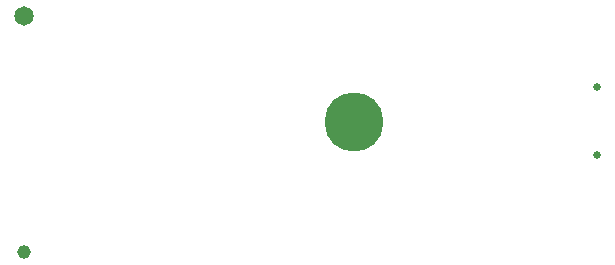
<source format=gbr>
%TF.GenerationSoftware,KiCad,Pcbnew,(6.0.1)*%
%TF.CreationDate,2022-03-02T01:05:40-06:00*%
%TF.ProjectId,m2-USBC-Adapter-Rev2,6d322d55-5342-4432-9d41-646170746572,rev?*%
%TF.SameCoordinates,Original*%
%TF.FileFunction,Soldermask,Bot*%
%TF.FilePolarity,Negative*%
%FSLAX46Y46*%
G04 Gerber Fmt 4.6, Leading zero omitted, Abs format (unit mm)*
G04 Created by KiCad (PCBNEW (6.0.1)) date 2022-03-02 01:05:40*
%MOMM*%
%LPD*%
G01*
G04 APERTURE LIST*
%ADD10C,5.000000*%
%ADD11C,1.150000*%
%ADD12C,1.650000*%
%ADD13C,0.650000*%
G04 APERTURE END LIST*
D10*
%TO.C,H1*%
X222972155Y-54377844D03*
%TD*%
D11*
%TO.C,J2*%
X195032155Y-65367844D03*
D12*
X195032155Y-45367844D03*
%TD*%
D13*
%TO.C,J1*%
X243505655Y-51387844D03*
X243505655Y-57167844D03*
%TD*%
M02*

</source>
